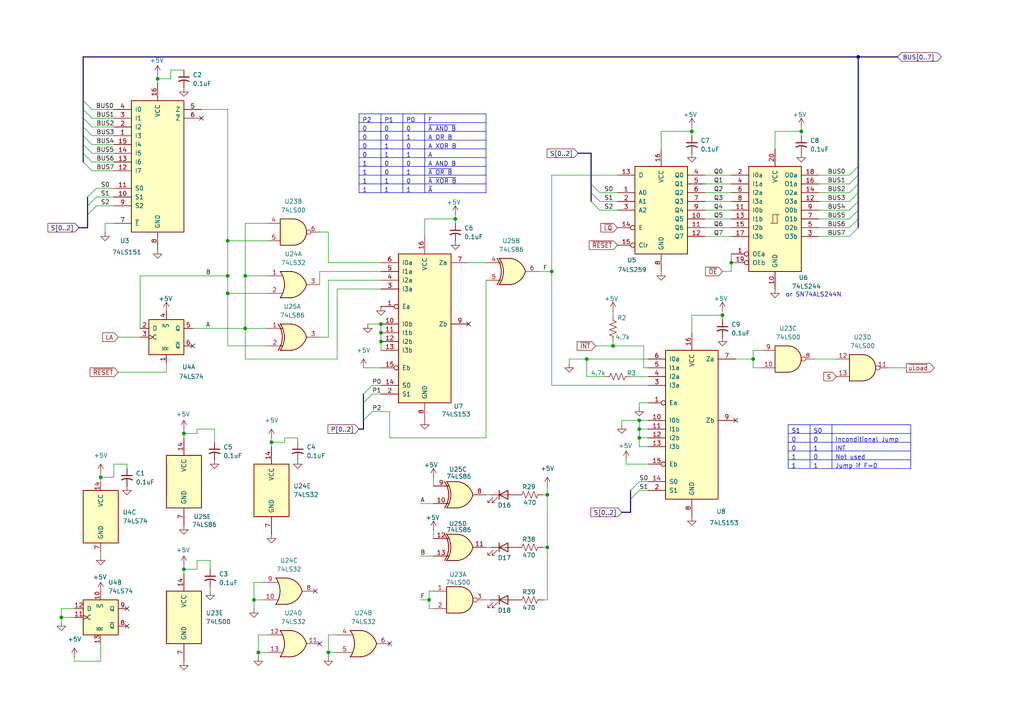
<source format=kicad_sch>
(kicad_sch (version 20250114) (generator "eeschema") (generator_version "9.0")
  (paper "A4")
  (title_block (title "MyCPU") (date "2025-06-23") (company "Sylvain Fortin"))
  (text "or SN74ALS244N" (at 235.966 85.598 0) (effects (font (size 1.27 1.27))))
  (junction (at 53.34 125.73))
  (junction (at 66.04 85.09))
  (junction (at 185.42 121.92))
  (junction (at 71.12 80.01))
  (junction (at 177.8 100.33))
  (junction (at 73.66 173.99))
  (junction (at 110.49 93.98))
  (junction (at 185.42 127))
  (junction (at 185.42 124.46))
  (junction (at 17.78 179.07))
  (junction (at 78.74 128.27))
  (junction (at 209.55 91.44))
  (junction (at 160.02 78.74))
  (junction (at 158.75 158.75))
  (junction (at 232.41 38.1))
  (junction (at 110.49 99.06))
  (junction (at 212.09 76.2))
  (junction (at 66.04 69.85))
  (junction (at 200.66 38.1))
  (junction (at 95.25 189.23))
  (junction (at 158.75 143.51))
  (junction (at 45.72 22.86))
  (junction (at 218.44 104.14))
  (junction (at 71.12 95.25))
  (junction (at 29.21 138.43))
  (junction (at 132.08 63.5))
  (junction (at 110.49 96.52))
  (junction (at 74.93 189.23))
  (junction (at 66.04 80.01))
  (junction (at 124.46 173.99))
  (junction (at 248.92 16.51))
  (junction (at 53.34 165.1))
  (junction (at 170.18 104.14))
  (no_connect (at 36.83 181.61))
  (no_connect (at 55.88 100.33))
  (no_connect (at 92.71 186.69))
  (no_connect (at 58.42 34.29))
  (no_connect (at 213.36 121.92))
  (no_connect (at 113.03 186.69))
  (no_connect (at 135.89 93.98))
  (no_connect (at 91.44 171.45))
  (no_connect (at 36.83 176.53))
  (bus_entry (at 24.13 34.29) (size 2.54 2.54))
  (bus_entry (at 24.13 36.83) (size 2.54 2.54))
  (bus_entry (at 246.38 55.88) (size 2.54 -2.54))
  (bus_entry (at 24.13 46.99) (size 2.54 2.54))
  (bus_entry (at 171.45 53.34) (size 2.54 2.54))
  (bus_entry (at 24.13 39.37) (size 2.54 2.54))
  (bus_entry (at 246.38 50.8) (size 2.54 -2.54))
  (bus_entry (at 27.94 59.69) (size -2.54 2.54))
  (bus_entry (at 171.45 55.88) (size 2.54 2.54))
  (bus_entry (at 105.41 114.3) (size 2.54 -2.54))
  (bus_entry (at 24.13 29.21) (size 2.54 2.54))
  (bus_entry (at 182.88 142.24) (size 2.54 -2.54))
  (bus_entry (at 171.45 58.42) (size 2.54 2.54))
  (bus_entry (at 27.94 57.15) (size -2.54 2.54))
  (bus_entry (at 24.13 44.45) (size 2.54 2.54))
  (bus_entry (at 246.38 66.04) (size 2.54 -2.54))
  (bus_entry (at 105.41 121.92) (size 2.54 -2.54))
  (bus_entry (at 27.94 54.61) (size -2.54 2.54))
  (bus_entry (at 246.38 58.42) (size 2.54 -2.54))
  (bus_entry (at 246.38 68.58) (size 2.54 -2.54))
  (bus_entry (at 24.13 41.91) (size 2.54 2.54))
  (bus_entry (at 182.88 144.78) (size 2.54 -2.54))
  (bus_entry (at 246.38 60.96) (size 2.54 -2.54))
  (bus_entry (at 105.41 116.84) (size 2.54 -2.54))
  (bus_entry (at 246.38 63.5) (size 2.54 -2.54))
  (bus_entry (at 246.38 53.34) (size 2.54 -2.54))
  (bus_entry (at 24.13 31.75) (size 2.54 2.54))
  (wire (pts (xy 92.71 67.31) (xy 95.25 67.31)))
  (wire (pts (xy 157.48 158.75) (xy 158.75 158.75)))
  (wire (pts (xy 200.66 96.52) (xy 200.66 91.44)))
  (wire (pts (xy 185.42 121.92) (xy 185.42 124.46)))
  (wire (pts (xy 36.83 134.62) (xy 36.83 135.89)))
  (bus (pts (xy 182.88 142.24) (xy 182.88 144.78)))
  (wire (pts (xy 45.72 21.59) (xy 45.72 22.86)))
  (wire (pts (xy 86.36 127) (xy 86.36 128.27)))
  (wire (pts (xy 125.73 138.43) (xy 125.73 140.97)))
  (wire (pts (xy 66.04 85.09) (xy 66.04 80.01)))
  (wire (pts (xy 204.47 60.96) (xy 212.09 60.96)))
  (wire (pts (xy 74.93 184.15) (xy 77.47 184.15)))
  (wire (pts (xy 121.92 161.29) (xy 125.73 161.29)))
  (wire (pts (xy 66.04 85.09) (xy 77.47 85.09)))
  (wire (pts (xy 29.21 160.02) (xy 29.21 161.29)))
  (wire (pts (xy 73.66 168.91) (xy 76.2 168.91)))
  (wire (pts (xy 185.42 139.7) (xy 187.96 139.7)))
  (wire (pts (xy 71.12 95.25) (xy 71.12 104.14)))
  (wire (pts (xy 156.21 78.74) (xy 160.02 78.74)))
  (wire (pts (xy 82.55 128.27) (xy 82.55 127)))
  (wire (pts (xy 237.49 58.42) (xy 246.38 58.42)))
  (wire (pts (xy 34.29 107.95) (xy 48.26 107.95)))
  (wire (pts (xy 26.67 36.83) (xy 33.02 36.83)))
  (wire (pts (xy 170.18 109.22) (xy 175.26 109.22)))
  (wire (pts (xy 185.42 142.24) (xy 187.96 142.24)))
  (wire (pts (xy 191.77 38.1) (xy 200.66 38.1)))
  (wire (pts (xy 170.18 104.14) (xy 187.96 104.14)))
  (wire (pts (xy 62.23 124.46) (xy 62.23 128.27)))
  (wire (pts (xy 124.46 176.53) (xy 124.46 173.99)))
  (wire (pts (xy 78.74 127) (xy 78.74 128.27)))
  (wire (pts (xy 132.08 62.23) (xy 132.08 63.5)))
  (wire (pts (xy 29.21 191.77) (xy 29.21 186.69)))
  (bus (pts (xy 24.13 31.75) (xy 24.13 34.29)))
  (wire (pts (xy 140.97 127) (xy 140.97 81.28)))
  (wire (pts (xy 110.49 96.52) (xy 110.49 99.06)))
  (wire (pts (xy 97.79 83.82) (xy 110.49 83.82)))
  (wire (pts (xy 204.47 50.8) (xy 212.09 50.8)))
  (wire (pts (xy 237.49 63.5) (xy 246.38 63.5)))
  (wire (pts (xy 212.09 76.2) (xy 212.09 78.74)))
  (wire (pts (xy 237.49 60.96) (xy 246.38 60.96)))
  (bus (pts (xy 248.92 55.88) (xy 248.92 53.34)))
  (wire (pts (xy 29.21 138.43) (xy 33.02 138.43)))
  (wire (pts (xy 160.02 50.8) (xy 179.07 50.8)))
  (wire (pts (xy 213.36 104.14) (xy 218.44 104.14)))
  (wire (pts (xy 177.8 99.06) (xy 177.8 100.33)))
  (wire (pts (xy 78.74 128.27) (xy 82.55 128.27)))
  (wire (pts (xy 57.15 162.56) (xy 60.96 162.56)))
  (wire (pts (xy 78.74 128.27) (xy 78.74 129.54)))
  (wire (pts (xy 53.34 124.46) (xy 53.34 125.73)))
  (wire (pts (xy 121.92 146.05) (xy 125.73 146.05)))
  (wire (pts (xy 158.75 158.75) (xy 158.75 173.99)))
  (wire (pts (xy 95.25 76.2) (xy 110.49 76.2)))
  (wire (pts (xy 82.55 127) (xy 86.36 127)))
  (wire (pts (xy 185.42 124.46) (xy 187.96 124.46)))
  (wire (pts (xy 92.71 78.74) (xy 110.49 78.74)))
  (bus (pts (xy 24.13 29.21) (xy 24.13 31.75)))
  (wire (pts (xy 27.94 57.15) (xy 33.02 57.15)))
  (wire (pts (xy 57.15 162.56) (xy 57.15 165.1)))
  (wire (pts (xy 204.47 68.58) (xy 212.09 68.58)))
  (wire (pts (xy 237.49 50.8) (xy 246.38 50.8)))
  (wire (pts (xy 140.97 158.75) (xy 142.24 158.75)))
  (wire (pts (xy 74.93 189.23) (xy 74.93 184.15)))
  (wire (pts (xy 49.53 20.32) (xy 53.34 20.32)))
  (bus (pts (xy 24.13 44.45) (xy 24.13 46.99)))
  (wire (pts (xy 17.78 176.53) (xy 21.59 176.53)))
  (bus (pts (xy 248.92 63.5) (xy 248.92 60.96)))
  (wire (pts (xy 160.02 111.76) (xy 187.96 111.76)))
  (wire (pts (xy 45.72 22.86) (xy 45.72 24.13)))
  (wire (pts (xy 53.34 165.1) (xy 53.34 166.37)))
  (wire (pts (xy 107.95 119.38) (xy 113.03 119.38)))
  (wire (pts (xy 158.75 140.97) (xy 158.75 143.51)))
  (bus (pts (xy 24.13 39.37) (xy 24.13 41.91)))
  (wire (pts (xy 97.79 104.14) (xy 97.79 83.82)))
  (wire (pts (xy 57.15 124.46) (xy 62.23 124.46)))
  (wire (pts (xy 74.93 189.23) (xy 74.93 190.5)))
  (wire (pts (xy 204.47 58.42) (xy 212.09 58.42)))
  (wire (pts (xy 40.64 95.25) (xy 40.64 80.01)))
  (wire (pts (xy 95.25 81.28) (xy 110.49 81.28)))
  (wire (pts (xy 73.66 173.99) (xy 76.2 173.99)))
  (wire (pts (xy 186.69 106.68) (xy 187.96 106.68)))
  (wire (pts (xy 17.78 179.07) (xy 21.59 179.07)))
  (wire (pts (xy 27.94 59.69) (xy 33.02 59.69)))
  (wire (pts (xy 124.46 173.99) (xy 124.46 171.45)))
  (wire (pts (xy 209.55 91.44) (xy 209.55 92.71)))
  (bus (pts (xy 105.41 116.84) (xy 105.41 121.92)))
  (wire (pts (xy 26.67 34.29) (xy 33.02 34.29)))
  (wire (pts (xy 73.66 176.53) (xy 73.66 173.99)))
  (wire (pts (xy 180.34 123.19) (xy 180.34 121.92)))
  (bus (pts (xy 105.41 124.46) (xy 104.14 124.46)))
  (wire (pts (xy 71.12 80.01) (xy 71.12 64.77)))
  (bus (pts (xy 167.64 44.45) (xy 171.45 44.45)))
  (wire (pts (xy 177.8 100.33) (xy 186.69 100.33)))
  (wire (pts (xy 218.44 101.6) (xy 218.44 104.14)))
  (wire (pts (xy 218.44 104.14) (xy 218.44 106.68)))
  (bus (pts (xy 171.45 44.45) (xy 171.45 53.34)))
  (wire (pts (xy 60.96 170.18) (xy 60.96 171.45)))
  (wire (pts (xy 26.67 46.99) (xy 33.02 46.99)))
  (bus (pts (xy 25.4 57.15) (xy 25.4 59.69)))
  (wire (pts (xy 71.12 104.14) (xy 97.79 104.14)))
  (wire (pts (xy 200.66 36.83) (xy 200.66 38.1)))
  (wire (pts (xy 17.78 179.07) (xy 17.78 176.53)))
  (wire (pts (xy 232.41 36.83) (xy 232.41 38.1)))
  (wire (pts (xy 27.94 54.61) (xy 33.02 54.61)))
  (bus (pts (xy 248.92 60.96) (xy 248.92 58.42)))
  (bus (pts (xy 248.92 50.8) (xy 248.92 48.26)))
  (wire (pts (xy 185.42 116.84) (xy 185.42 118.11)))
  (wire (pts (xy 157.48 143.51) (xy 158.75 143.51)))
  (wire (pts (xy 73.66 173.99) (xy 73.66 168.91)))
  (wire (pts (xy 55.88 95.25) (xy 71.12 95.25)))
  (wire (pts (xy 29.21 137.16) (xy 29.21 138.43)))
  (wire (pts (xy 71.12 80.01) (xy 71.12 95.25)))
  (wire (pts (xy 26.67 39.37) (xy 33.02 39.37)))
  (wire (pts (xy 173.99 60.96) (xy 179.07 60.96)))
  (wire (pts (xy 57.15 125.73) (xy 57.15 124.46)))
  (wire (pts (xy 165.1 105.41) (xy 165.1 104.14)))
  (wire (pts (xy 113.03 127) (xy 140.97 127)))
  (wire (pts (xy 66.04 69.85) (xy 77.47 69.85)))
  (bus (pts (xy 248.92 53.34) (xy 248.92 50.8)))
  (wire (pts (xy 204.47 55.88) (xy 212.09 55.88)))
  (wire (pts (xy 95.25 97.79) (xy 95.25 81.28)))
  (wire (pts (xy 71.12 95.25) (xy 77.47 95.25)))
  (wire (pts (xy 105.41 106.68) (xy 110.49 106.68)))
  (wire (pts (xy 209.55 90.17) (xy 209.55 91.44)))
  (wire (pts (xy 160.02 50.8) (xy 160.02 78.74)))
  (wire (pts (xy 237.49 66.04) (xy 246.38 66.04)))
  (wire (pts (xy 107.95 114.3) (xy 110.49 114.3)))
  (wire (pts (xy 172.72 100.33) (xy 177.8 100.33)))
  (wire (pts (xy 185.42 121.92) (xy 187.96 121.92)))
  (wire (pts (xy 177.8 90.17) (xy 177.8 91.44)))
  (wire (pts (xy 224.79 43.18) (xy 224.79 38.1)))
  (wire (pts (xy 53.34 125.73) (xy 57.15 125.73)))
  (wire (pts (xy 95.25 189.23) (xy 95.25 184.15)))
  (bus (pts (xy 24.13 16.51) (xy 24.13 29.21)))
  (wire (pts (xy 26.67 31.75) (xy 33.02 31.75)))
  (wire (pts (xy 95.25 190.5) (xy 95.25 189.23)))
  (wire (pts (xy 53.34 165.1) (xy 57.15 165.1)))
  (wire (pts (xy 185.42 124.46) (xy 185.42 127)))
  (wire (pts (xy 158.75 143.51) (xy 158.75 158.75)))
  (wire (pts (xy 124.46 176.53) (xy 125.73 176.53)))
  (wire (pts (xy 232.41 38.1) (xy 232.41 39.37)))
  (bus (pts (xy 248.92 16.51) (xy 248.92 48.26)))
  (wire (pts (xy 123.19 68.58) (xy 123.19 63.5)))
  (wire (pts (xy 26.67 41.91) (xy 33.02 41.91)))
  (wire (pts (xy 30.48 64.77) (xy 33.02 64.77)))
  (wire (pts (xy 74.93 189.23) (xy 77.47 189.23)))
  (bus (pts (xy 248.92 66.04) (xy 248.92 63.5)))
  (wire (pts (xy 212.09 73.66) (xy 212.09 76.2)))
  (bus (pts (xy 171.45 53.34) (xy 171.45 55.88)))
  (wire (pts (xy 71.12 64.77) (xy 77.47 64.77)))
  (wire (pts (xy 29.21 138.43) (xy 29.21 139.7)))
  (wire (pts (xy 21.59 190.5) (xy 21.59 191.77)))
  (wire (pts (xy 220.98 101.6) (xy 218.44 101.6)))
  (bus (pts (xy 182.88 148.59) (xy 180.34 148.59)))
  (wire (pts (xy 92.71 97.79) (xy 95.25 97.79)))
  (wire (pts (xy 160.02 78.74) (xy 160.02 111.76)))
  (wire (pts (xy 180.34 121.92) (xy 185.42 121.92)))
  (wire (pts (xy 173.99 58.42) (xy 179.07 58.42)))
  (wire (pts (xy 110.49 93.98) (xy 110.49 96.52)))
  (wire (pts (xy 40.64 80.01) (xy 66.04 80.01)))
  (bus (pts (xy 25.4 62.23) (xy 25.4 66.04)))
  (wire (pts (xy 204.47 63.5) (xy 212.09 63.5)))
  (wire (pts (xy 106.68 93.98) (xy 110.49 93.98)))
  (wire (pts (xy 209.55 78.74) (xy 212.09 78.74)))
  (wire (pts (xy 58.42 31.75) (xy 66.04 31.75)))
  (bus (pts (xy 25.4 66.04) (xy 22.86 66.04)))
  (bus (pts (xy 24.13 34.29) (xy 24.13 36.83)))
  (bus (pts (xy 248.92 58.42) (xy 248.92 55.88)))
  (bus (pts (xy 24.13 41.91) (xy 24.13 44.45)))
  (wire (pts (xy 185.42 127) (xy 185.42 129.54)))
  (wire (pts (xy 157.48 173.99) (xy 158.75 173.99)))
  (wire (pts (xy 140.97 173.99) (xy 142.24 173.99)))
  (wire (pts (xy 200.66 91.44) (xy 209.55 91.44)))
  (wire (pts (xy 33.02 134.62) (xy 36.83 134.62)))
  (wire (pts (xy 107.95 111.76) (xy 110.49 111.76)))
  (wire (pts (xy 186.69 100.33) (xy 186.69 106.68)))
  (wire (pts (xy 60.96 162.56) (xy 60.96 165.1)))
  (wire (pts (xy 121.92 173.99) (xy 124.46 173.99)))
  (wire (pts (xy 34.29 97.79) (xy 40.64 97.79)))
  (wire (pts (xy 53.34 163.83) (xy 53.34 165.1)))
  (wire (pts (xy 123.19 63.5) (xy 132.08 63.5)))
  (wire (pts (xy 66.04 100.33) (xy 66.04 85.09)))
  (wire (pts (xy 181.61 134.62) (xy 181.61 133.35)))
  (wire (pts (xy 110.49 99.06) (xy 110.49 101.6)))
  (bus (pts (xy 248.92 16.51) (xy 260.35 16.51)))
  (wire (pts (xy 204.47 53.34) (xy 212.09 53.34)))
  (wire (pts (xy 224.79 38.1) (xy 232.41 38.1)))
  (wire (pts (xy 218.44 106.68) (xy 220.98 106.68)))
  (wire (pts (xy 200.66 38.1) (xy 200.66 39.37)))
  (bus (pts (xy 171.45 55.88) (xy 171.45 58.42)))
  (wire (pts (xy 66.04 80.01) (xy 66.04 69.85)))
  (wire (pts (xy 140.97 143.51) (xy 142.24 143.51)))
  (wire (pts (xy 49.53 22.86) (xy 49.53 20.32)))
  (wire (pts (xy 236.22 104.14) (xy 242.57 104.14)))
  (bus (pts (xy 182.88 144.78) (xy 182.88 148.59)))
  (wire (pts (xy 71.12 80.01) (xy 77.47 80.01)))
  (wire (pts (xy 124.46 171.45) (xy 125.73 171.45)))
  (bus (pts (xy 105.41 114.3) (xy 105.41 116.84)))
  (wire (pts (xy 33.02 138.43) (xy 33.02 134.62)))
  (wire (pts (xy 237.49 53.34) (xy 246.38 53.34)))
  (wire (pts (xy 135.89 76.2) (xy 140.97 76.2)))
  (wire (pts (xy 165.1 104.14) (xy 170.18 104.14)))
  (wire (pts (xy 21.59 191.77) (xy 29.21 191.77)))
  (wire (pts (xy 26.67 49.53) (xy 33.02 49.53)))
  (wire (pts (xy 187.96 134.62) (xy 181.61 134.62)))
  (wire (pts (xy 132.08 63.5) (xy 132.08 64.77)))
  (wire (pts (xy 30.48 67.31) (xy 30.48 64.77)))
  (wire (pts (xy 204.47 66.04) (xy 212.09 66.04)))
  (bus (pts (xy 105.41 121.92) (xy 105.41 124.46)))
  (wire (pts (xy 48.26 107.95) (xy 48.26 105.41)))
  (wire (pts (xy 170.18 104.14) (xy 170.18 109.22)))
  (wire (pts (xy 95.25 189.23) (xy 97.79 189.23)))
  (wire (pts (xy 66.04 31.75) (xy 66.04 69.85)))
  (wire (pts (xy 173.99 55.88) (xy 179.07 55.88)))
  (wire (pts (xy 95.25 67.31) (xy 95.25 76.2)))
  (wire (pts (xy 95.25 184.15) (xy 97.79 184.15)))
  (bus (pts (xy 24.13 36.83) (xy 24.13 39.37)))
  (wire (pts (xy 191.77 43.18) (xy 191.77 38.1)))
  (bus (pts (xy 25.4 59.69) (xy 25.4 62.23)))
  (wire (pts (xy 257.81 106.68) (xy 262.89 106.68)))
  (wire (pts (xy 185.42 127) (xy 187.96 127)))
  (wire (pts (xy 26.67 44.45) (xy 33.02 44.45)))
  (wire (pts (xy 237.49 68.58) (xy 246.38 68.58)))
  (wire (pts (xy 113.03 119.38) (xy 113.03 127)))
  (wire (pts (xy 185.42 129.54) (xy 187.96 129.54)))
  (wire (pts (xy 187.96 116.84) (xy 185.42 116.84)))
  (wire (pts (xy 92.71 82.55) (xy 92.71 78.74)))
  (wire (pts (xy 17.78 180.34) (xy 17.78 179.07)))
  (wire (pts (xy 182.88 109.22) (xy 187.96 109.22)))
  (bus (pts (xy 248.92 16.51) (xy 24.13 16.51)))
  (wire (pts (xy 125.73 153.67) (xy 125.73 156.21)))
  (wire (pts (xy 77.47 100.33) (xy 66.04 100.33)))
  (wire (pts (xy 45.72 22.86) (xy 49.53 22.86)))
  (wire (pts (xy 237.49 55.88) (xy 246.38 55.88)))
  (wire (pts (xy 53.34 125.73) (xy 53.34 127)))
  (table (column_count 4) (border (external yes) (header yes)) (separators (rows yes) (cols yes)) (column_widths 6.35 6.35 6.35 17.78) (row_heights 2.54 2.54 2.54 2.54 2.54 2.54 2.54 2.54 2.54) (cells (table_cell "P2" (at 104.14 33.02 0) (size 6.35 2.54) (margins 0.9525 0.9525 0.9525 0.9525) (span 1 1)) (table_cell "P1" (at 110.49 33.02 0) (size 6.35 2.54) (margins 0.9525 0.9525 0.9525 0.9525) (span 1 1)) (table_cell "P0" (at 116.84 33.02 0) (size 6.35 2.54) (margins 0.9525 0.9525 0.9525 0.9525) (span 1 1)) (table_cell "F" (at 123.19 33.02 0) (size 17.78 2.54) (margins 0.9525 0.9525 0.9525 0.9525) (span 1 1)) (table_cell "0" (at 104.14 35.56 0) (size 6.35 2.54) (margins 0.9525 0.9525 0.9525 0.9525) (span 1 1)) (table_cell "0" (at 110.49 35.56 0) (size 6.35 2.54) (margins 0.9525 0.9525 0.9525 0.9525) (span 1 1)) (table_cell "0" (at 116.84 35.56 0) (size 6.35 2.54) (margins 0.9525 0.9525 0.9525 0.9525) (span 1 1)) (table_cell "~{A AND B}" (at 123.19 35.56 0) (size 17.78 2.54) (margins 0.9525 0.9525 0.9525 0.9525) (span 1 1)) (table_cell "0" (at 104.14 38.1 0) (size 6.35 2.54) (margins 0.9525 0.9525 0.9525 0.9525) (span 1 1)) (table_cell "0" (at 110.49 38.1 0) (size 6.35 2.54) (margins 0.9525 0.9525 0.9525 0.9525) (span 1 1)) (table_cell "1" (at 116.84 38.1 0) (size 6.35 2.54) (margins 0.9525 0.9525 0.9525 0.9525) (span 1 1)) (table_cell "A OR B" (at 123.19 38.1 0) (size 17.78 2.54) (margins 0.9525 0.9525 0.9525 0.9525) (span 1 1)) (table_cell "0" (at 104.14 40.64 0) (size 6.35 2.54) (margins 0.9525 0.9525 0.9525 0.9525) (span 1 1)) (table_cell "1" (at 110.49 40.64 0) (size 6.35 2.54) (margins 0.9525 0.9525 0.9525 0.9525) (span 1 1)) (table_cell "0" (at 116.84 40.64 0) (size 6.35 2.54) (margins 0.9525 0.9525 0.9525 0.9525) (span 1 1)) (table_cell "A XOR B" (at 123.19 40.64 0) (size 17.78 2.54) (margins 0.9525 0.9525 0.9525 0.9525) (span 1 1)) (table_cell "0" (at 104.14 43.18 0) (size 6.35 2.54) (margins 0.9525 0.9525 0.9525 0.9525) (span 1 1)) (table_cell "1" (at 110.49 43.18 0) (size 6.35 2.54) (margins 0.9525 0.9525 0.9525 0.9525) (span 1 1)) (table_cell "1" (at 116.84 43.18 0) (size 6.35 2.54) (margins 0.9525 0.9525 0.9525 0.9525) (span 1 1)) (table_cell "A" (at 123.19 43.18 0) (size 17.78 2.54) (margins 0.9525 0.9525 0.9525 0.9525) (span 1 1)) (table_cell "1" (at 104.14 45.72 0) (size 6.35 2.54) (margins 0.9525 0.9525 0.9525 0.9525) (span 1 1)) (table_cell "0" (at 110.49 45.72 0) (size 6.35 2.54) (margins 0.9525 0.9525 0.9525 0.9525) (span 1 1)) (table_cell "0" (at 116.84 45.72 0) (size 6.35 2.54) (margins 0.9525 0.9525 0.9525 0.9525) (span 1 1)) (table_cell "A AND B" (at 123.19 45.72 0) (size 17.78 2.54) (margins 0.9525 0.9525 0.9525 0.9525) (span 1 1)) (table_cell "1" (at 104.14 48.26 0) (size 6.35 2.54) (margins 0.9525 0.9525 0.9525 0.9525) (span 1 1)) (table_cell "0" (at 110.49 48.26 0) (size 6.35 2.54) (margins 0.9525 0.9525 0.9525 0.9525) (span 1 1)) (table_cell "1" (at 116.84 48.26 0) (size 6.35 2.54) (margins 0.9525 0.9525 0.9525 0.9525) (span 1 1)) (table_cell "~{A OR B}" (at 123.19 48.26 0) (size 17.78 2.54) (margins 0.9525 0.9525 0.9525 0.9525) (span 1 1)) (table_cell "1" (at 104.14 50.8 0) (size 6.35 2.54) (margins 0.9525 0.9525 0.9525 0.9525) (span 1 1)) (table_cell "1" (at 110.49 50.8 0) (size 6.35 2.54) (margins 0.9525 0.9525 0.9525 0.9525) (span 1 1)) (table_cell "0" (at 116.84 50.8 0) (size 6.35 2.54) (margins 0.9525 0.9525 0.9525 0.9525) (span 1 1)) (table_cell "~{A XOR B}" (at 123.19 50.8 0) (size 17.78 2.54) (margins 0.9525 0.9525 0.9525 0.9525) (span 1 1)) (table_cell "1" (at 104.14 53.34 0) (size 6.35 2.54) (margins 0.9525 0.9525 0.9525 0.9525) (span 1 1)) (table_cell "1" (at 110.49 53.34 0) (size 6.35 2.54) (margins 0.9525 0.9525 0.9525 0.9525) (span 1 1)) (table_cell "1" (at 116.84 53.34 0) (size 6.35 2.54) (margins 0.9525 0.9525 0.9525 0.9525) (span 1 1)) (table_cell "~{A}" (at 123.19 53.34 0) (size 17.78 2.54) (margins 0.9525 0.9525 0.9525 0.9525) (span 1 1))))
  (table (column_count 3) (border (external yes) (header yes)) (separators (rows yes) (cols yes)) (column_widths 6.35 6.35 22.86) (row_heights 2.54 2.54 2.54 2.54 2.54) (cells (table_cell "S1" (at 228.6 123.19 0) (size 6.35 2.54) (margins 0.9525 0.9525 0.9525 0.9525) (span 1 1)) (table_cell "S0" (at 234.95 123.19 0) (size 6.35 2.54) (margins 0.9525 0.9525 0.9525 0.9525) (span 1 1)) (table_cell "" (at 241.3 123.19 0) (size 22.86 2.54) (margins 0.9525 0.9525 0.9525 0.9525) (span 1 1)) (table_cell "0" (at 228.6 125.73 0) (size 6.35 2.54) (margins 0.9525 0.9525 0.9525 0.9525) (span 1 1)) (table_cell "0" (at 234.95 125.73 0) (size 6.35 2.54) (margins 0.9525 0.9525 0.9525 0.9525) (span 1 1)) (table_cell "Inconditional Jump" (at 241.3 125.73 0) (size 22.86 2.54) (margins 0.9525 0.9525 0.9525 0.9525) (span 1 1)) (table_cell "0" (at 228.6 128.27 0) (size 6.35 2.54) (margins 0.9525 0.9525 0.9525 0.9525) (span 1 1)) (table_cell "1" (at 234.95 128.27 0) (size 6.35 2.54) (margins 0.9525 0.9525 0.9525 0.9525) (span 1 1)) (table_cell "INT" (at 241.3 128.27 0) (size 22.86 2.54) (margins 0.9525 0.9525 0.9525 0.9525) (span 1 1)) (table_cell "1" (at 228.6 130.81 0) (size 6.35 2.54) (margins 0.9525 0.9525 0.9525 0.9525) (span 1 1)) (table_cell "0" (at 234.95 130.81 0) (size 6.35 2.54) (margins 0.9525 0.9525 0.9525 0.9525) (span 1 1)) (table_cell "Not used" (at 241.3 130.81 0) (size 22.86 2.54) (margins 0.9525 0.9525 0.9525 0.9525) (span 1 1)) (table_cell "1" (at 228.6 133.35 0) (size 6.35 2.54) (margins 0.9525 0.9525 0.9525 0.9525) (span 1 1)) (table_cell "1" (at 234.95 133.35 0) (size 6.35 2.54) (margins 0.9525 0.9525 0.9525 0.9525) (span 1 1)) (table_cell "Jump if F=0" (at 241.3 133.35 0) (size 22.86 2.54) (margins 0.9525 0.9525 0.9525 0.9525) (span 1 1))))
  (label "BUS3" (at 27.94 39.37 0))
  (label "BUS7" (at 240.03 68.58 0))
  (label "S0" (at 29.21 54.61 0))
  (label "S2" (at 175.26 60.96 0))
  (label "BUS2" (at 240.03 55.88 0))
  (label "BUS4" (at 240.03 60.96 0))
  (label "BUS4" (at 27.94 41.91 0))
  (label "BUS5" (at 240.03 63.5 0))
  (label "S2" (at 29.21 59.69 0))
  (label "Q5" (at 207.01 63.5 0))
  (label "S1" (at 175.26 58.42 0))
  (label "BUS1" (at 240.03 53.34 0))
  (label "S0" (at 175.26 55.88 0))
  (label "F" (at 121.92 173.99 0))
  (label "Q3" (at 207.01 58.42 0))
  (label "Q0" (at 207.01 50.8 0))
  (label "BUS2" (at 27.94 36.83 0))
  (label "A" (at 121.92 146.05 0))
  (label "Q6" (at 207.01 66.04 0))
  (label "BUS7" (at 27.9475 49.53 0))
  (label "B" (at 121.92 161.29 0))
  (label "BUS6" (at 27.94 46.99 0))
  (label "A" (at 59.69 95.25 0))
  (label "P0" (at 107.95 111.76 0))
  (label "BUS6" (at 240.03 66.04 0))
  (label "Q7" (at 207.01 68.58 0))
  (label "S1" (at 29.21 57.15 0))
  (label "S1" (at 185.42 142.24 0))
  (label "Q1" (at 207.01 53.34 0))
  (label "BUS0" (at 240.03 50.8 0))
  (label "Q4" (at 207.01 60.96 0))
  (label "Q2" (at 207.01 55.88 0))
  (label "F" (at 157.48 78.74 0))
  (label "P2" (at 107.95 119.38 0))
  (label "BUS0" (at 33.02 31.75 180))
  (label "BUS3" (at 240.03 58.42 0))
  (label "P1" (at 107.95 114.3 0))
  (label "BUS1" (at 27.94 34.29 0))
  (label "S0" (at 185.42 139.7 0))
  (label "BUS5" (at 27.8924 44.45 0))
  (label "B" (at 59.69 80.01 0))
  (global_label "S[0..2]" (shape input) (at 167.64 44.45 180) (property "Intersheetrefs" "${INTERSHEET_REFS}" (effects (hide yes))))
  (global_label "LA" (shape input) (at 34.29 97.79 180) (property "Intersheetrefs" "${INTERSHEET_REFS}" (effects (hide yes))))
  (global_label "~{RESET}" (shape input) (at 179.07 71.12 180) (property "Intersheetrefs" "${INTERSHEET_REFS}" (effects (hide yes))))
  (global_label "S[0..2]" (shape input) (at 22.86 66.04 180) (property "Intersheetrefs" "${INTERSHEET_REFS}" (effects (hide yes))))
  (global_label "~{uLoad}" (shape output) (at 262.89 106.68 0) (property "Intersheetrefs" "${INTERSHEET_REFS}" (effects (hide yes))))
  (global_label "~{RESET}" (shape input) (at 34.29 107.95 180) (property "Intersheetrefs" "${INTERSHEET_REFS}" (effects (hide yes))))
  (global_label "BUS[0..7]" (shape bidirectional) (at 260.35 16.51 0) (property "Intersheetrefs" "${INTERSHEET_REFS}" (effects (hide yes))))
  (global_label "~{LQ}" (shape input) (at 179.07 66.04 180) (property "Intersheetrefs" "${INTERSHEET_REFS}" (effects (hide yes))))
  (global_label "S" (shape input) (at 242.57 109.22 180) (property "Intersheetrefs" "${INTERSHEET_REFS}" (effects (hide yes))))
  (global_label "~{OE}" (shape input) (at 209.55 78.74 180) (property "Intersheetrefs" "${INTERSHEET_REFS}" (effects (hide yes))))
  (global_label "P[0..2]" (shape input) (at 104.14 124.46 180) (property "Intersheetrefs" "${INTERSHEET_REFS}" (effects (hide yes))))
  (global_label "~{INT}" (shape input) (at 172.72 100.33 180) (property "Intersheetrefs" "${INTERSHEET_REFS}" (effects (hide yes))))
  (global_label "S[0..2]" (shape input) (at 180.34 148.59 180) (property "Intersheetrefs" "${INTERSHEET_REFS}" (effects (hide yes))))
  (symbol (lib_id "power:+5V") (at 177.8 90.17 0) (unit 1)
    (property "Reference" "#PWR0187" (effects (hide yes)))
    (property "Value" "+5V" (at 177.292 86.614 0))
    (property "Description" "Power symbol creates a global label with name \"+5V\"" (effects (hide yes)))
  )
  (symbol (lib_id "74xx:74LS86") (at 85.09 97.79 0) (unit 1)
    (property "Reference" "U25" (at 84.7852 88.9 0))
    (property "Value" "74LS86" (at 84.7852 91.44 0))
    (property "Footprint" "Package_DIP:DIP-14_W7.62mm_Socket_LongPads" (effects (hide yes)))
    (property "Datasheet" "74xx/74ls86.pdf" (effects (hide yes)))
    (property "Description" "Quad 2-input XOR" (effects (hide yes)))
  )
  (symbol (lib_id "power:+5V") (at 53.34 124.46 0) (unit 1)
    (property "Reference" "#PWR012" (effects (hide yes)))
    (property "Value" "+5V" (at 53.086 120.142 0))
    (property "Description" "Power symbol creates a global label with name \"+5V\"" (effects (hide yes)))
  )
  (symbol (lib_id "74xx:74LS74") (at 48.26 97.79 0) (unit 1)
    (property "Reference" "U4" (at 52.832 106.426 0) (effects (justify left)))
    (property "Value" "74LS74" (at 51.816 109.22 0) (effects (justify left)))
    (property "Footprint" "Package_DIP:DIP-14_W7.62mm_Socket_LongPads" (effects (hide yes)))
    (property "Datasheet" "74xx/74hc_hct74.pdf" (effects (hide yes)))
    (property "Description" "Dual D Flip-flop, Set & Reset" (effects (hide yes)))
  )
  (symbol (lib_id "power:GND") (at 74.93 190.5 0) (unit 1)
    (property "Reference" "#PWR0101" (effects (hide yes)))
    (property "Value" "GND" (effects (hide yes)))
    (property "Description" "Power symbol creates a global label with name \"GND\" , ground" (effects (hide yes)))
  )
  (symbol (lib_id "74xx:74LS00") (at 250.19 106.68 0) (unit 4)
    (property "Reference" "U23" (at 250.1817 97.79 0))
    (property "Value" "74LS00" (at 250.1817 100.33 0))
    (property "Footprint" "Package_DIP:DIP-14_W7.62mm_Socket_LongPads" (effects (hide yes)))
    (property "Datasheet" "http://www.ti.com/lit/gpn/sn74ls00" (effects (hide yes)))
    (property "Description" "quad 2-input NAND gate" (effects (hide yes)))
  )
  (symbol (lib_id "power:GND") (at 180.34 123.19 0) (unit 1)
    (property "Reference" "#PWR052" (effects (hide yes)))
    (property "Value" "GND" (effects (hide yes)))
    (property "Description" "Power symbol creates a global label with name \"GND\" , ground" (effects (hide yes)))
  )
  (symbol (lib_id "power:GND") (at 224.79 83.82 0) (unit 1)
    (property "Reference" "#PWR021" (effects (hide yes)))
    (property "Value" "GND" (effects (hide yes)))
    (property "Description" "Power symbol creates a global label with name \"GND\" , ground" (effects (hide yes)))
  )
  (symbol (lib_id "Device:C_Small_US") (at 36.83 138.43 0) (unit 1)
    (property "Reference" "C1" (at 39.37 137.2869 0) (effects (justify left)))
    (property "Value" "0.1uF" (at 39.37 139.8269 0) (effects (justify left)))
    (property "Footprint" "Capacitor_THT:C_Disc_D6.0mm_W2.5mm_P5.00mm" (effects (hide yes)))
    (property "Description" "capacitor, small US symbol" (effects (hide yes)))
  )
  (symbol (lib_id "Device:R_US") (at 179.07 109.22 90) (unit 1)
    (property "Reference" "R3" (at 183.134 108.204 90))
    (property "Value" "4.7k" (at 173.482 108.204 90))
    (property "Footprint" "Resistor_THT:R_Axial_DIN0207_L6.3mm_D2.5mm_P2.54mm_Vertical" (effects (hide yes)))
    (property "Description" "Resistor, US symbol" (effects (hide yes)))
  )
  (symbol (lib_id "74xx:74LS00") (at 228.6 104.14 0) (unit 3)
    (property "Reference" "U23" (at 228.5917 95.25 0))
    (property "Value" "74LS00" (at 228.5917 97.79 0))
    (property "Footprint" "Package_DIP:DIP-14_W7.62mm_Socket_LongPads" (effects (hide yes)))
    (property "Datasheet" "http://www.ti.com/lit/gpn/sn74ls00" (effects (hide yes)))
    (property "Description" "quad 2-input NAND gate" (effects (hide yes)))
  )
  (symbol (lib_id "74xx:74LS00") (at 53.34 179.07 0) (unit 5)
    (property "Reference" "U23" (at 59.69 177.7999 0) (effects (justify left)))
    (property "Value" "74LS00" (at 59.69 180.3399 0) (effects (justify left)))
    (property "Footprint" "Package_DIP:DIP-14_W7.62mm_Socket_LongPads" (effects (hide yes)))
    (property "Datasheet" "http://www.ti.com/lit/gpn/sn74ls00" (effects (hide yes)))
    (property "Description" "quad 2-input NAND gate" (effects (hide yes)))
  )
  (symbol (lib_id "power:+5V") (at 53.34 163.83 0) (unit 1)
    (property "Reference" "#PWR08" (effects (hide yes)))
    (property "Value" "+5V" (at 53.086 159.512 0))
    (property "Description" "Power symbol creates a global label with name \"+5V\"" (effects (hide yes)))
  )
  (symbol (lib_id "power:GND") (at 132.08 69.85 0) (unit 1)
    (property "Reference" "#PWR0108" (effects (hide yes)))
    (property "Value" "GND" (effects (hide yes)))
    (property "Description" "Power symbol creates a global label with name \"GND\" , ground" (effects (hide yes)))
  )
  (symbol (lib_id "power:GND") (at 60.96 171.45 0) (unit 1)
    (property "Reference" "#PWR0105" (effects (hide yes)))
    (property "Value" "GND" (effects (hide yes)))
    (property "Description" "Power symbol creates a global label with name \"GND\" , ground" (effects (hide yes)))
  )
  (symbol (lib_id "power:GND") (at 53.34 191.77 0) (unit 1)
    (property "Reference" "#PWR07" (effects (hide yes)))
    (property "Value" "GND" (effects (hide yes)))
    (property "Description" "Power symbol creates a global label with name \"GND\" , ground" (effects (hide yes)))
  )
  (symbol (lib_id "74xx:74LS151") (at 45.72 46.99 0) (unit 1)
    (property "Reference" "U3" (at 34.798 69.85 0) (effects (justify left)))
    (property "Value" "74LS151" (at 32.512 73.152 0) (effects (justify left)))
    (property "Footprint" "Package_DIP:DIP-16_W7.62mm_Socket_LongPads" (effects (hide yes)))
    (property "Datasheet" "http://www.ti.com/lit/gpn/sn74LS151" (effects (hide yes)))
    (property "Description" "Multiplexer 8 to 1" (effects (hide yes)))
  )
  (symbol (lib_id "74xx:74LS86") (at 133.35 143.51 0) (unit 3)
    (property "Reference" "U25" (at 132.842 136.144 0))
    (property "Value" "74LS86" (at 133.096 138.176 0))
    (property "Footprint" "Package_DIP:DIP-14_W7.62mm_Socket_LongPads" (effects (hide yes)))
    (property "Datasheet" "74xx/74ls86.pdf" (effects (hide yes)))
    (property "Description" "Quad 2-input XOR" (effects (hide yes)))
  )
  (symbol (lib_id "power:+5V") (at 125.73 153.67 0) (unit 1)
    (property "Reference" "#PWR0155" (effects (hide yes)))
    (property "Value" "+5V" (at 125.476 150.114 0))
    (property "Description" "Power symbol creates a global label with name \"+5V\"" (effects (hide yes)))
  )
  (symbol (lib_id "Device:C_Small_US") (at 200.66 41.91 0) (unit 1)
    (property "Reference" "C7" (at 203.2 40.7669 0) (effects (justify left)))
    (property "Value" "0.1uF" (at 203.2 43.3069 0) (effects (justify left)))
    (property "Footprint" "Capacitor_THT:C_Disc_D6.0mm_W2.5mm_P5.00mm" (effects (hide yes)))
    (property "Description" "capacitor, small US symbol" (effects (hide yes)))
  )
  (symbol (lib_id "Device:LED") (at 146.05 173.99 0) (unit 1)
    (property "Reference" "D18" (at 146.304 177.038 0))
    (property "Value" "LED" (effects (hide yes)))
    (property "Footprint" "LED_THT:LED_D5.0mm" (effects (hide yes)))
    (property "Description" "Light emitting diode" (effects (hide yes)))
    (property "Sim.Pins" "1=K 2=A" (effects (hide yes)))
  )
  (symbol (lib_id "power:+5V") (at 45.72 21.59 0) (unit 1)
    (property "Reference" "#PWR061" (effects (hide yes)))
    (property "Value" "+5V" (at 45.466 17.526 0))
    (property "Description" "Power symbol creates a global label with name \"+5V\"" (effects (hide yes)))
  )
  (symbol (lib_id "power:GND") (at 106.68 93.98 0) (unit 1)
    (property "Reference" "#PWR017" (effects (hide yes)))
    (property "Value" "GND" (effects (hide yes)))
    (property "Description" "Power symbol creates a global label with name \"GND\" , ground" (effects (hide yes)))
  )
  (symbol (lib_id "Device:C_Small_US") (at 132.08 67.31 0) (unit 1)
    (property "Reference" "C6" (at 134.62 66.1669 0) (effects (justify left)))
    (property "Value" "0.1uF" (at 134.62 68.7069 0) (effects (justify left)))
    (property "Footprint" "Capacitor_THT:C_Disc_D6.0mm_W2.5mm_P5.00mm" (effects (hide yes)))
    (property "Description" "capacitor, small US symbol" (effects (hide yes)))
  )
  (symbol (lib_id "power:GND") (at 30.48 67.31 0) (unit 1)
    (property "Reference" "#PWR063" (effects (hide yes)))
    (property "Value" "GND" (effects (hide yes)))
    (property "Description" "Power symbol creates a global label with name \"GND\" , ground" (effects (hide yes)))
  )
  (symbol (lib_id "74xx:74LS259") (at 191.77 60.96 0) (unit 1)
    (property "Reference" "U5" (at 181.864 75.438 0) (effects (justify left)))
    (property "Value" "74LS259" (at 179.07 78.232 0) (effects (justify left)))
    (property "Footprint" "Package_DIP:DIP-16_W7.62mm_Socket_LongPads" (effects (hide yes)))
    (property "Datasheet" "http://www.ti.com/lit/gpn/sn74LS259" (effects (hide yes)))
    (property "Description" "8-bit addressable latch" (effects (hide yes)))
  )
  (symbol (lib_id "74xx:74LS153") (at 200.66 121.92 0) (unit 1)
    (property "Reference" "U8" (at 207.772 148.336 0) (effects (justify left)))
    (property "Value" "74LS153" (at 205.74 151.638 0) (effects (justify left)))
    (property "Footprint" "Package_DIP:DIP-16_W7.62mm_Socket_LongPads" (effects (hide yes)))
    (property "Datasheet" "http://www.ti.com/lit/gpn/sn74LS153" (effects (hide yes)))
    (property "Description" "Dual Multiplexer 4 to 1" (effects (hide yes)))
  )
  (symbol (lib_id "74xx:74LS86") (at 53.34 139.7 0) (unit 5)
    (property "Reference" "U25" (at 56.134 149.86 0) (effects (justify left)))
    (property "Value" "74LS86" (at 55.626 152.146 0) (effects (justify left)))
    (property "Footprint" "Package_DIP:DIP-14_W7.62mm_Socket_LongPads" (effects (hide yes)))
    (property "Datasheet" "74xx/74ls86.pdf" (effects (hide yes)))
    (property "Description" "Quad 2-input XOR" (effects (hide yes)))
  )
  (symbol (lib_id "Device:R_US") (at 153.67 158.75 270) (unit 1)
    (property "Reference" "R38" (at 153.416 156.464 90))
    (property "Value" "470" (at 153.416 161.036 90))
    (property "Footprint" "Resistor_THT:R_Axial_DIN0207_L6.3mm_D2.5mm_P2.54mm_Vertical" (effects (hide yes)))
    (property "Description" "Resistor, US symbol" (effects (hide yes)))
  )
  (symbol (lib_id "Device:C_Small_US") (at 86.36 130.81 0) (unit 1)
    (property "Reference" "C4" (at 88.9 129.6669 0) (effects (justify left)))
    (property "Value" "0.1uF" (at 88.9 132.2069 0) (effects (justify left)))
    (property "Footprint" "Capacitor_THT:C_Disc_D6.0mm_W2.5mm_P5.00mm" (effects (hide yes)))
    (property "Description" "capacitor, small US symbol" (effects (hide yes)))
  )
  (symbol (lib_id "power:+5V") (at 125.73 138.43 0) (unit 1)
    (property "Reference" "#PWR099" (effects (hide yes)))
    (property "Value" "+5V" (at 124.968 134.874 0))
    (property "Description" "Power symbol creates a global label with name \"+5V\"" (effects (hide yes)))
  )
  (symbol (lib_id "74xx:74LS86") (at 148.59 78.74 0) (unit 2)
    (property "Reference" "U25" (at 148.2852 69.85 0))
    (property "Value" "74LS86" (at 148.2852 72.39 0))
    (property "Footprint" "Package_DIP:DIP-14_W7.62mm_Socket_LongPads" (effects (hide yes)))
    (property "Datasheet" "74xx/74ls86.pdf" (effects (hide yes)))
    (property "Description" "Quad 2-input XOR" (effects (hide yes)))
  )
  (symbol (lib_id "Device:C_Small_US") (at 62.23 130.81 0) (unit 1)
    (property "Reference" "C5" (at 64.77 129.6669 0) (effects (justify left)))
    (property "Value" "0.1uF" (at 64.77 132.2069 0) (effects (justify left)))
    (property "Footprint" "Capacitor_THT:C_Disc_D6.0mm_W2.5mm_P5.00mm" (effects (hide yes)))
    (property "Description" "capacitor, small US symbol" (effects (hide yes)))
  )
  (symbol (lib_id "power:GND") (at 165.1 105.41 0) (unit 1)
    (property "Reference" "#PWR054" (effects (hide yes)))
    (property "Value" "GND" (effects (hide yes)))
    (property "Description" "Power symbol creates a global label with name \"GND\" , ground" (effects (hide yes)))
  )
  (symbol (lib_id "power:+5V") (at 29.21 171.45 0) (unit 1)
    (property "Reference" "#PWR06" (effects (hide yes)))
    (property "Value" "+5V" (at 28.956 167.386 0))
    (property "Description" "Power symbol creates a global label with name \"+5V\"" (effects (hide yes)))
  )
  (symbol (lib_id "power:GND") (at 191.77 78.74 0) (unit 1)
    (property "Reference" "#PWR018" (effects (hide yes)))
    (property "Value" "GND" (effects (hide yes)))
    (property "Description" "Power symbol creates a global label with name \"GND\" , ground" (effects (hide yes)))
  )
  (symbol (lib_id "Device:R_US") (at 177.8 95.25 0) (unit 1)
    (property "Reference" "R2" (at 180.34 92.202 0))
    (property "Value" "4.7k" (at 180.594 97.79 0))
    (property "Footprint" "Resistor_THT:R_Axial_DIN0207_L6.3mm_D2.5mm_P2.54mm_Vertical" (effects (hide yes)))
    (property "Description" "Resistor, US symbol" (effects (hide yes)))
  )
  (symbol (lib_id "power:GND") (at 86.36 133.35 0) (unit 1)
    (property "Reference" "#PWR0106" (effects (hide yes)))
    (property "Value" "GND" (effects (hide yes)))
    (property "Description" "Power symbol creates a global label with name \"GND\" , ground" (effects (hide yes)))
  )
  (symbol (lib_id "power:GND") (at 17.78 180.34 0) (unit 1)
    (property "Reference" "#PWR089" (effects (hide yes)))
    (property "Value" "GND" (effects (hide yes)))
    (property "Description" "Power symbol creates a global label with name \"GND\" , ground" (effects (hide yes)))
  )
  (symbol (lib_id "74xx:74LS32") (at 83.82 171.45 0) (unit 3)
    (property "Reference" "U24" (at 83.82 162.56 0))
    (property "Value" "74LS32" (at 83.82 165.1 0))
    (property "Footprint" "Package_DIP:DIP-14_W7.62mm_Socket_LongPads" (effects (hide yes)))
    (property "Datasheet" "http://www.ti.com/lit/gpn/sn74LS32" (effects (hide yes)))
    (property "Description" "Quad 2-input OR" (effects (hide yes)))
  )
  (symbol (lib_id "Device:R_US") (at 153.67 173.99 270) (unit 1)
    (property "Reference" "R39" (at 153.416 171.704 90))
    (property "Value" "470" (at 153.416 176.276 90))
    (property "Footprint" "Resistor_THT:R_Axial_DIN0207_L6.3mm_D2.5mm_P2.54mm_Vertical" (effects (hide yes)))
    (property "Description" "Resistor, US symbol" (effects (hide yes)))
  )
  (symbol (lib_id "power:GND") (at 45.72 72.39 0) (unit 1)
    (property "Reference" "#PWR062" (effects (hide yes)))
    (property "Value" "GND" (effects (hide yes)))
    (property "Description" "Power symbol creates a global label with name \"GND\" , ground" (effects (hide yes)))
  )
  (symbol (lib_id "power:GND") (at 53.34 152.4 0) (unit 1)
    (property "Reference" "#PWR011" (effects (hide yes)))
    (property "Value" "GND" (effects (hide yes)))
    (property "Description" "Power symbol creates a global label with name \"GND\" , ground" (effects (hide yes)))
  )
  (symbol (lib_id "power:GND") (at 200.66 149.86 0) (unit 1)
    (property "Reference" "#PWR050" (effects (hide yes)))
    (property "Value" "GND" (effects (hide yes)))
    (property "Description" "Power symbol creates a global label with name \"GND\" , ground" (effects (hide yes)))
  )
  (symbol (lib_id "74xx:74LS32") (at 85.09 186.69 0) (unit 4)
    (property "Reference" "U24" (at 85.09 177.8 0))
    (property "Value" "74LS32" (at 85.09 180.34 0))
    (property "Footprint" "Package_DIP:DIP-14_W7.62mm_Socket_LongPads" (effects (hide yes)))
    (property "Datasheet" "http://www.ti.com/lit/gpn/sn74LS32" (effects (hide yes)))
    (property "Description" "Quad 2-input OR" (effects (hide yes)))
  )
  (symbol (lib_id "74xx:74LS74") (at 29.21 149.86 0) (unit 3)
    (property "Reference" "U4" (at 35.56 148.5899 0) (effects (justify left)))
    (property "Value" "74LS74" (at 35.56 151.1299 0) (effects (justify left)))
    (property "Footprint" "Package_DIP:DIP-14_W7.62mm_Socket_LongPads" (effects (hide yes)))
    (property "Datasheet" "74xx/74hc_hct74.pdf" (effects (hide yes)))
    (property "Description" "Dual D Flip-flop, Set & Reset" (effects (hide yes)))
  )
  (symbol (lib_id "power:GND") (at 29.21 161.29 0) (unit 1)
    (property "Reference" "#PWR01" (effects (hide yes)))
    (property "Value" "GND" (effects (hide yes)))
    (property "Description" "Power symbol creates a global label with name \"GND\" , ground" (effects (hide yes)))
  )
  (symbol (lib_id "power:+5V") (at 158.75 140.97 0) (unit 1)
    (property "Reference" "#PWR0154" (effects (hide yes)))
    (property "Value" "+5V" (at 158.75 135.89 0))
    (property "Description" "Power symbol creates a global label with name \"+5V\"" (effects (hide yes)))
  )
  (symbol (lib_id "74xx:74LS32") (at 105.41 186.69 0) (unit 2)
    (property "Reference" "U24" (at 105.41 177.8 0))
    (property "Value" "74LS32" (at 105.41 180.34 0))
    (property "Footprint" "Package_DIP:DIP-14_W7.62mm_Socket_LongPads" (effects (hide yes)))
    (property "Datasheet" "http://www.ti.com/lit/gpn/sn74LS32" (effects (hide yes)))
    (property "Description" "Quad 2-input OR" (effects (hide yes)))
  )
  (symbol (lib_id "power:GND") (at 95.25 190.5 0) (unit 1)
    (property "Reference" "#PWR0102" (effects (hide yes)))
    (property "Value" "GND" (effects (hide yes)))
    (property "Description" "Power symbol creates a global label with name \"GND\" , ground" (effects (hide yes)))
  )
  (symbol (lib_id "Device:C_Small_US") (at 209.55 95.25 0) (unit 1)
    (property "Reference" "C9" (at 212.09 94.1069 0) (effects (justify left)))
    (property "Value" "0.1uF" (at 212.09 96.6469 0) (effects (justify left)))
    (property "Footprint" "Capacitor_THT:C_Disc_D6.0mm_W2.5mm_P5.00mm" (effects (hide yes)))
    (property "Description" "capacitor, small US symbol" (effects (hide yes)))
  )
  (symbol (lib_id "power:GND") (at 78.74 154.94 0) (unit 1)
    (property "Reference" "#PWR010" (effects (hide yes)))
    (property "Value" "GND" (effects (hide yes)))
    (property "Description" "Power symbol creates a global label with name \"GND\" , ground" (effects (hide yes)))
  )
  (symbol (lib_id "Device:C_Small_US") (at 232.41 41.91 0) (unit 1)
    (property "Reference" "C8" (at 234.95 40.7669 0) (effects (justify left)))
    (property "Value" "0.1uF" (at 234.95 43.3069 0) (effects (justify left)))
    (property "Footprint" "Capacitor_THT:C_Disc_D6.0mm_W2.5mm_P5.00mm" (effects (hide yes)))
    (property "Description" "capacitor, small US symbol" (effects (hide yes)))
  )
  (symbol (lib_id "power:GND") (at 209.55 97.79 0) (unit 1)
    (property "Reference" "#PWR0112" (effects (hide yes)))
    (property "Value" "GND" (effects (hide yes)))
    (property "Description" "Power symbol creates a global label with name \"GND\" , ground" (effects (hide yes)))
  )
  (symbol (lib_id "power:GND") (at 123.19 121.92 0) (unit 1)
    (property "Reference" "#PWR014" (effects (hide yes)))
    (property "Value" "GND" (effects (hide yes)))
    (property "Description" "Power symbol creates a global label with name \"GND\" , ground" (effects (hide yes)))
  )
  (symbol (lib_id "74xx:74LS153") (at 123.19 93.98 0) (unit 1)
    (property "Reference" "U7" (at 131.572 117.856 0) (effects (justify left)))
    (property "Value" "74LS153" (at 128.016 120.142 0) (effects (justify left)))
    (property "Footprint" "Package_DIP:DIP-16_W7.62mm_Socket_LongPads" (effects (hide yes)))
    (property "Datasheet" "http://www.ti.com/lit/gpn/sn74LS153" (effects (hide yes)))
    (property "Description" "Dual Multiplexer 4 to 1" (effects (hide yes)))
  )
  (symbol (lib_id "Device:LED") (at 146.05 143.51 0) (unit 1)
    (property "Reference" "D16" (at 146.304 146.558 0))
    (property "Value" "LED" (effects (hide yes)))
    (property "Footprint" "LED_THT:LED_D5.0mm" (effects (hide yes)))
    (property "Description" "Light emitting diode" (effects (hide yes)))
    (property "Sim.Pins" "1=K 2=A" (effects (hide yes)))
  )
  (symbol (lib_id "power:GND") (at 62.23 133.35 0) (unit 1)
    (property "Reference" "#PWR0107" (effects (hide yes)))
    (property "Value" "GND" (effects (hide yes)))
    (property "Description" "Power symbol creates a global label with name \"GND\" , ground" (effects (hide yes)))
  )
  (symbol (lib_id "Device:LED") (at 146.05 158.75 0) (unit 1)
    (property "Reference" "D17" (at 146.304 161.798 0))
    (property "Value" "LED" (effects (hide yes)))
    (property "Footprint" "LED_THT:LED_D5.0mm" (effects (hide yes)))
    (property "Description" "Light emitting diode" (effects (hide yes)))
    (property "Sim.Pins" "1=K 2=A" (effects (hide yes)))
  )
  (symbol (lib_id "power:+5V") (at 232.41 36.83 0) (unit 1)
    (property "Reference" "#PWR019" (effects (hide yes)))
    (property "Value" "+5V" (at 231.902 33.274 0))
    (property "Description" "Power symbol creates a global label with name \"+5V\"" (effects (hide yes)))
  )
  (symbol (lib_id "power:+5V") (at 132.08 62.23 0) (unit 1)
    (property "Reference" "#PWR013" (effects (hide yes)))
    (property "Value" "+5V" (at 131.572 58.674 0))
    (property "Description" "Power symbol creates a global label with name \"+5V\"" (effects (hide yes)))
  )
  (symbol (lib_id "power:GND") (at 53.34 25.4 0) (unit 1)
    (property "Reference" "#PWR0103" (effects (hide yes)))
    (property "Value" "GND" (effects (hide yes)))
    (property "Description" "Power symbol creates a global label with name \"GND\" , ground" (effects (hide yes)))
  )
  (symbol (lib_id "power:GND") (at 36.83 140.97 0) (unit 1)
    (property "Reference" "#PWR0104" (effects (hide yes)))
    (property "Value" "GND" (effects (hide yes)))
    (property "Description" "Power symbol creates a global label with name \"GND\" , ground" (effects (hide yes)))
  )
  (symbol (lib_id "power:GND") (at 73.66 176.53 0) (unit 1)
    (property "Reference" "#PWR0100" (effects (hide yes)))
    (property "Value" "GND" (effects (hide yes)))
    (property "Description" "Power symbol creates a global label with name \"GND\" , ground" (effects (hide yes)))
  )
  (symbol (lib_id "power:+5V") (at 181.61 133.35 0) (unit 1)
    (property "Reference" "#PWR055" (effects (hide yes)))
    (property "Value" "+5V" (at 181.356 129.286 0))
    (property "Description" "Power symbol creates a global label with name \"+5V\"" (effects (hide yes)))
  )
  (symbol (lib_id "74xx:74LS32") (at 78.74 142.24 0) (unit 5)
    (property "Reference" "U24" (at 85.09 140.9699 0) (effects (justify left)))
    (property "Value" "74LS32" (at 85.09 143.5099 0) (effects (justify left)))
    (property "Footprint" "Package_DIP:DIP-14_W7.62mm_Socket_LongPads" (effects (hide yes)))
    (property "Datasheet" "http://www.ti.com/lit/gpn/sn74LS32" (effects (hide yes)))
    (property "Description" "Quad 2-input OR" (effects (hide yes)))
  )
  (symbol (lib_id "power:+5V") (at 29.21 137.16 0) (unit 1)
    (property "Reference" "#PWR02" (effects (hide yes)))
    (property "Value" "+5V" (at 29.21 132.08 0))
    (property "Description" "Power symbol creates a global label with name \"+5V\"" (effects (hide yes)))
  )
  (symbol (lib_id "power:GND") (at 110.49 88.9 0) (unit 1)
    (property "Reference" "#PWR015" (effects (hide yes)))
    (property "Value" "GND" (effects (hide yes)))
    (property "Description" "Power symbol creates a global label with name \"GND\" , ground" (effects (hide yes)))
  )
  (symbol (lib_id "power:+5V") (at 200.66 36.83 0) (unit 1)
    (property "Reference" "#PWR0109" (effects (hide yes)))
    (property "Value" "+5V" (at 200.152 33.274 0))
    (property "Description" "Power symbol creates a global label with name \"+5V\"" (effects (hide yes)))
  )
  (symbol (lib_id "power:+5V") (at 48.26 90.17 0) (unit 1)
    (property "Reference" "#PWR03" (effects (hide yes)))
    (property "Value" "+5V" (at 48.006 86.614 0))
    (property "Description" "Power symbol creates a global label with name \"+5V\"" (effects (hide yes)))
  )
  (symbol (lib_id "Device:C_Small_US") (at 53.34 22.86 0) (unit 1)
    (property "Reference" "C2" (at 55.88 21.7169 0) (effects (justify left)))
    (property "Value" "0.1uF" (at 55.88 24.2569 0) (effects (justify left)))
    (property "Footprint" "Capacitor_THT:C_Disc_D6.0mm_W2.5mm_P5.00mm" (effects (hide yes)))
    (property "Description" "capacitor, small US symbol" (effects (hide yes)))
  )
  (symbol (lib_id "power:+5V") (at 209.55 90.17 0) (unit 1)
    (property "Reference" "#PWR020" (effects (hide yes)))
    (property "Value" "+5V" (at 209.042 86.614 0))
    (property "Description" "Power symbol creates a global label with name \"+5V\"" (effects (hide yes)))
  )
  (symbol (lib_id "74xx:74LS00") (at 133.35 173.99 0) (unit 1)
    (property "Reference" "U23" (at 132.842 166.624 0))
    (property "Value" "74LS00" (at 132.842 168.91 0))
    (property "Footprint" "Package_DIP:DIP-14_W7.62mm_Socket_LongPads" (effects (hide yes)))
    (property "Datasheet" "http://www.ti.com/lit/gpn/sn74ls00" (effects (hide yes)))
    (property "Description" "quad 2-input NAND gate" (effects (hide yes)))
  )
  (symbol (lib_id "Device:C_Small_US") (at 60.96 167.64 0) (unit 1)
    (property "Reference" "C3" (at 63.5 166.4969 0) (effects (justify left)))
    (property "Value" "0.1uF" (at 63.5 169.0369 0) (effects (justify left)))
    (property "Footprint" "Capacitor_THT:C_Disc_D6.0mm_W2.5mm_P5.00mm" (effects (hide yes)))
    (property "Description" "capacitor, small US symbol" (effects (hide yes)))
  )
  (symbol (lib_id "power:GND") (at 200.66 44.45 0) (unit 1)
    (property "Reference" "#PWR0110" (effects (hide yes)))
    (property "Value" "GND" (effects (hide yes)))
    (property "Description" "Power symbol creates a global label with name \"GND\" , ground" (effects (hide yes)))
  )
  (symbol (lib_id "power:GND") (at 185.42 118.11 0) (unit 1)
    (property "Reference" "#PWR053" (effects (hide yes)))
    (property "Value" "GND" (effects (hide yes)))
    (property "Description" "Power symbol creates a global label with name \"GND\" , ground" (effects (hide yes)))
  )
  (symbol (lib_id "power:+5V") (at 78.74 127 0) (unit 1)
    (property "Reference" "#PWR09" (effects (hide yes)))
    (property "Value" "+5V" (at 78.74 121.92 0))
    (property "Description" "Power symbol creates a global label with name \"+5V\"" (effects (hide yes)))
  )
  (symbol (lib_id "74xx:74LS32") (at 85.09 82.55 0) (unit 1)
    (property "Reference" "U24" (at 85.09 73.66 0))
    (property "Value" "74LS32" (at 85.09 76.2 0))
    (property "Footprint" "Package_DIP:DIP-14_W7.62mm_Socket_LongPads" (effects (hide yes)))
    (property "Datasheet" "http://www.ti.com/lit/gpn/sn74LS32" (effects (hide yes)))
    (property "Description" "Quad 2-input OR" (effects (hide yes)))
  )
  (symbol (lib_id "74xx:74LS244") (at 224.79 63.5 0) (unit 1)
    (property "Reference" "U6" (at 231.648 80.518 0) (effects (justify left)))
    (property "Value" "74LS244" (at 229.616 83.058 0) (effects (justify left)))
    (property "Footprint" "Package_DIP:DIP-20_W7.62mm_Socket_LongPads" (effects (hide yes)))
    (property "Datasheet" "http://www.ti.com/lit/ds/symlink/sn74ls244.pdf" (effects (hide yes)))
    (property "Description" "Octal Buffer and Line Driver With 3-State Output, active-low enables, non-inverting outputs" (effects (hide yes)))
  )
  (symbol (lib_id "74xx:74LS74") (at 29.21 179.07 0) (unit 2)
    (property "Reference" "U4" (at 31.3533 168.91 0) (effects (justify left)))
    (property "Value" "74LS74" (at 31.3533 171.45 0) (effects (justify left)))
    (property "Footprint" "Package_DIP:DIP-14_W7.62mm_Socket_LongPads" (effects (hide yes)))
    (property "Datasheet" "74xx/74hc_hct74.pdf" (effects (hide yes)))
    (property "Description" "Dual D Flip-flop, Set & Reset" (effects (hide yes)))
  )
  (symbol (lib_id "power:GND") (at 232.41 44.45 0) (unit 1)
    (property "Reference" "#PWR0111" (effects (hide yes)))
    (property "Value" "GND" (effects (hide yes)))
    (property "Description" "Power symbol creates a global label with name \"GND\" , ground" (effects (hide yes)))
  )
  (symbol (lib_id "power:+5V") (at 21.59 190.5 0) (unit 1)
    (property "Reference" "#PWR04" (effects (hide yes)))
    (property "Value" "+5V" (at 21.59 185.42 0))
    (property "Description" "Power symbol creates a global label with name \"+5V\"" (effects (hide yes)))
  )
  (symbol (lib_id "74xx:74LS86") (at 133.35 158.75 0) (unit 4)
    (property "Reference" "U25" (at 132.842 151.892 0))
    (property "Value" "74LS86" (at 133.096 153.67 0))
    (property "Footprint" "Package_DIP:DIP-14_W7.62mm_Socket_LongPads" (effects (hide yes)))
    (property "Datasheet" "74xx/74ls86.pdf" (effects (hide yes)))
    (property "Description" "Quad 2-input XOR" (effects (hide yes)))
  )
  (symbol (lib_id "74xx:74LS00") (at 85.09 67.31 0) (unit 2)
    (property "Reference" "U23" (at 85.0817 58.42 0))
    (property "Value" "74LS00" (at 85.0817 60.96 0))
    (property "Footprint" "Package_DIP:DIP-14_W7.62mm_Socket_LongPads" (effects (hide yes)))
    (property "Datasheet" "http://www.ti.com/lit/gpn/sn74ls00" (effects (hide yes)))
    (property "Description" "quad 2-input NAND gate" (effects (hide yes)))
  )
  (symbol (lib_id "Device:R_US") (at 153.67 143.51 270) (unit 1)
    (property "Reference" "R29" (at 153.416 141.224 90))
    (property "Value" "470" (at 153.67 145.796 90))
    (property "Footprint" "Resistor_THT:R_Axial_DIN0207_L6.3mm_D2.5mm_P2.54mm_Vertical" (effects (hide yes)))
    (property "Description" "Resistor, US symbol" (effects (hide yes)))
  )
  (symbol (lib_id "power:+5V") (at 105.41 106.68 0) (unit 1)
    (property "Reference" "#PWR016" (effects (hide yes)))
    (property "Value" "+5V" (at 105.41 101.6 0))
    (property "Description" "Power symbol creates a global label with name \"+5V\"" (effects (hide yes)))
  )
)
</source>
